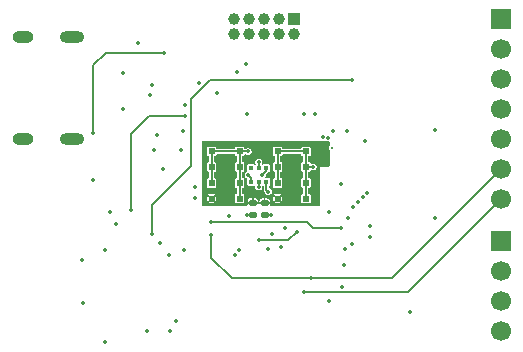
<source format=gbr>
%TF.GenerationSoftware,KiCad,Pcbnew,9.0.1+1*%
%TF.CreationDate,2025-09-01T12:41:56+00:00*%
%TF.ProjectId,ZSWatch-HeartRate,5a535761-7463-4682-9d48-656172745261,DK_v1.3+ (Unreleased)*%
%TF.SameCoordinates,Original*%
%TF.FileFunction,Copper,L4,Bot*%
%TF.FilePolarity,Positive*%
%FSLAX46Y46*%
G04 Gerber Fmt 4.6, Leading zero omitted, Abs format (unit mm)*
G04 Created by KiCad (PCBNEW 9.0.1+1) date 2025-09-01 12:41:56*
%MOMM*%
%LPD*%
G01*
G04 APERTURE LIST*
G04 Aperture macros list*
%AMRoundRect*
0 Rectangle with rounded corners*
0 $1 Rounding radius*
0 $2 $3 $4 $5 $6 $7 $8 $9 X,Y pos of 4 corners*
0 Add a 4 corners polygon primitive as box body*
4,1,4,$2,$3,$4,$5,$6,$7,$8,$9,$2,$3,0*
0 Add four circle primitives for the rounded corners*
1,1,$1+$1,$2,$3*
1,1,$1+$1,$4,$5*
1,1,$1+$1,$6,$7*
1,1,$1+$1,$8,$9*
0 Add four rect primitives between the rounded corners*
20,1,$1+$1,$2,$3,$4,$5,0*
20,1,$1+$1,$4,$5,$6,$7,0*
20,1,$1+$1,$6,$7,$8,$9,0*
20,1,$1+$1,$8,$9,$2,$3,0*%
G04 Aperture macros list end*
%TA.AperFunction,ComponentPad*%
%ADD10O,2.100000X1.000000*%
%TD*%
%TA.AperFunction,ComponentPad*%
%ADD11O,1.800000X1.000000*%
%TD*%
%TA.AperFunction,ComponentPad*%
%ADD12R,1.700000X1.700000*%
%TD*%
%TA.AperFunction,ComponentPad*%
%ADD13C,1.700000*%
%TD*%
%TA.AperFunction,ComponentPad*%
%ADD14R,1.000000X1.000000*%
%TD*%
%TA.AperFunction,ComponentPad*%
%ADD15C,1.000000*%
%TD*%
%TA.AperFunction,SMDPad,CuDef*%
%ADD16R,0.550000X0.550000*%
%TD*%
%TA.AperFunction,SMDPad,CuDef*%
%ADD17RoundRect,0.135000X-0.185000X0.135000X-0.185000X-0.135000X0.185000X-0.135000X0.185000X0.135000X0*%
%TD*%
%TA.AperFunction,SMDPad,CuDef*%
%ADD18RoundRect,0.140000X-0.170000X0.140000X-0.170000X-0.140000X0.170000X-0.140000X0.170000X0.140000X0*%
%TD*%
%TA.AperFunction,SMDPad,CuDef*%
%ADD19R,0.400000X0.400000*%
%TD*%
%TA.AperFunction,ViaPad*%
%ADD20C,0.350000*%
%TD*%
%TA.AperFunction,ViaPad*%
%ADD21C,0.300000*%
%TD*%
%TA.AperFunction,Conductor*%
%ADD22C,0.200000*%
%TD*%
%TA.AperFunction,Conductor*%
%ADD23C,0.150000*%
%TD*%
G04 APERTURE END LIST*
D10*
%TO.P,X101,S1,SHIELD*%
%TO.N,GND*%
X189430000Y-139710000D03*
D11*
X185250000Y-139710000D03*
D10*
X189430000Y-148350000D03*
D11*
X185250000Y-148350000D03*
%TD*%
D12*
%TO.P,J102,1,Pin_1*%
%TO.N,GND*%
X225700000Y-138135000D03*
D13*
%TO.P,J102,2,Pin_2*%
%TO.N,Net-(IC101-SCLK_{SENSOR})*%
X225700000Y-140675000D03*
%TO.P,J102,3,Pin_3*%
%TO.N,Net-(IC101-MISO_{SENSOR})*%
X225700000Y-143215000D03*
%TO.P,J102,4,Pin_4*%
%TO.N,Net-(IC101-MOSI_{SENSOR})*%
X225700000Y-145755000D03*
%TO.P,J102,5,Pin_5*%
%TO.N,Net-(IC101-CS_{PPG})*%
X225700000Y-148295000D03*
%TO.P,J102,6,Pin_6*%
%TO.N,Net-(IC101-CS_{ACC})*%
X225700000Y-150835000D03*
%TO.P,J102,7,Pin_7*%
%TO.N,/Project Architecture/Main/STATUS*%
X225700000Y-153375000D03*
%TD*%
D12*
%TO.P,J101,1,Pin_1*%
%TO.N,/Project Architecture/Main/SDA*%
X225700000Y-156975000D03*
D13*
%TO.P,J101,2,Pin_2*%
%TO.N,/Project Architecture/Main/SCL*%
X225700000Y-159515000D03*
%TO.P,J101,3,Pin_3*%
%TO.N,/Project Architecture/Main/~{RESET_{HR}}*%
X225700000Y-162055000D03*
%TO.P,J101,4,Pin_4*%
%TO.N,GND*%
X225700000Y-164595000D03*
%TD*%
D14*
%TO.P,X102,1,VTref*%
%TO.N,+1V8*%
X208200000Y-138200000D03*
D15*
%TO.P,X102,2,SWDIO/TMS*%
%TO.N,/Project Architecture/Main/SWDIO*%
X208200000Y-139470000D03*
%TO.P,X102,3,GND*%
%TO.N,GND*%
X206930000Y-138200000D03*
%TO.P,X102,4,SWCLK/TCK*%
%TO.N,/Project Architecture/Main/SWDCLK*%
X206930000Y-139470000D03*
%TO.P,X102,5,GND*%
%TO.N,GND*%
X205660000Y-138200000D03*
%TO.P,X102,6,SWO/TDO*%
%TO.N,unconnected-(X102-SWO{slash}TDO-Pad6)*%
X205660000Y-139470000D03*
%TO.P,X102,7,KEY*%
%TO.N,unconnected-(X102-KEY-Pad7)*%
X204390000Y-138200000D03*
%TO.P,X102,8,NC/TDI*%
%TO.N,unconnected-(X102-NC{slash}TDI-Pad8)*%
X204390000Y-139470000D03*
%TO.P,X102,9,GNDDetect*%
%TO.N,unconnected-(X102-GNDDetect-Pad9)*%
X203120000Y-138200000D03*
%TO.P,X102,10,~{RESET}*%
%TO.N,/Project Architecture/Main/~{RESET}*%
X203120000Y-139470000D03*
%TD*%
D16*
%TO.P,D103,1,K*%
%TO.N,Net-(D103-K)*%
X203590000Y-149375000D03*
X201210000Y-149375000D03*
X203590000Y-150685000D03*
X201210000Y-150685000D03*
X203590000Y-152065000D03*
X201210000Y-152065000D03*
X203590000Y-153375000D03*
%TO.P,D103,2,A*%
%TO.N,PD_GND*%
X201210000Y-153375000D03*
%TD*%
D17*
%TO.P,R110,1*%
%TO.N,PD_GND*%
X204700000Y-153735000D03*
%TO.P,R110,2*%
%TO.N,GND*%
X204700000Y-154755000D03*
%TD*%
D18*
%TO.P,C116,1*%
%TO.N,PD_GND*%
X205700000Y-153765000D03*
%TO.P,C116,2*%
%TO.N,GND*%
X205700000Y-154725000D03*
%TD*%
D19*
%TO.P,LED101,1,K*%
%TO.N,Net-(IC103-LED2-DRV)*%
X205850000Y-151950000D03*
%TO.P,LED101,2,A*%
%TO.N,/Project Architecture/Main/V_{LED}*%
X205850000Y-150800000D03*
%TO.P,LED101,3,K*%
%TO.N,Net-(IC103-LED1-DRV)*%
X205200000Y-151950000D03*
%TO.P,LED101,4,K*%
%TO.N,Net-(IC103-LED3-DRV)*%
X205200000Y-150800000D03*
%TO.P,LED101,5,A*%
%TO.N,/Project Architecture/Main/V_{LED}*%
X204550000Y-151950000D03*
%TO.P,LED101,6,NC*%
%TO.N,unconnected-(LED101-NC-Pad6)*%
X204550000Y-150800000D03*
%TD*%
D16*
%TO.P,D102,1,K*%
%TO.N,Net-(D102-K)*%
X209190000Y-149375000D03*
X206810000Y-149375000D03*
X209190000Y-150685000D03*
X206810000Y-150685000D03*
X209190000Y-152065000D03*
X206810000Y-152065000D03*
X209190000Y-153375000D03*
%TO.P,D102,2,A*%
%TO.N,PD_GND*%
X206810000Y-153375000D03*
%TD*%
D20*
%TO.N,GND*%
X206250000Y-154725000D03*
X190250000Y-158600000D03*
X196625000Y-148025000D03*
X198650000Y-149275000D03*
X202700000Y-154855000D03*
X198234400Y-163700000D03*
X193700000Y-145780000D03*
X220100000Y-155000000D03*
X195000000Y-140200000D03*
X199800000Y-152375000D03*
X220100000Y-147575000D03*
X196300000Y-149225000D03*
X209020000Y-146195000D03*
X206000000Y-157675000D03*
X204220000Y-154755000D03*
X214600000Y-155650000D03*
X196000000Y-144600000D03*
X203350000Y-142650000D03*
X190300000Y-162224600D03*
X200112500Y-143562500D03*
X204175000Y-146225000D03*
X193700000Y-142780000D03*
X214200000Y-148475000D03*
X196150000Y-143750000D03*
X212210000Y-160875000D03*
X195700000Y-164600000D03*
X199000000Y-145450000D03*
X201650000Y-144450000D03*
X212500000Y-157600000D03*
X212200000Y-152175000D03*
X196800000Y-157131200D03*
X212400000Y-158975000D03*
X191200000Y-151775000D03*
X214600000Y-156650000D03*
%TO.N,+1V8*%
X207050000Y-157475000D03*
X212775000Y-155000000D03*
X199800000Y-153335000D03*
X204125000Y-141950000D03*
X198800000Y-147675000D03*
X218000000Y-162975000D03*
X213090000Y-157210000D03*
X197700000Y-164600000D03*
X209980000Y-146195000D03*
%TO.N,PD_GND*%
X206100000Y-148775000D03*
D21*
X211000000Y-150275000D03*
D20*
X206100000Y-149975000D03*
%TO.N,/Project Architecture/Main/V_{LED}*%
X197100000Y-150875000D03*
X205500000Y-151375000D03*
X204300000Y-151375000D03*
X212700000Y-147675000D03*
%TO.N,/Project Architecture/Main/V_{BAT}*%
X197200000Y-141025000D03*
X191200000Y-147837500D03*
%TO.N,/Project Architecture/Main/INT_{ACC}*%
X201200000Y-155354998D03*
X212140000Y-155890000D03*
%TO.N,/Project Architecture/Main/SCL*%
X203200000Y-158175000D03*
X197563000Y-158175000D03*
%TO.N,/Project Architecture/Main/SDA*%
X203553800Y-157728800D03*
X198900000Y-157728800D03*
%TO.N,/Project Architecture/Main/~{RESET_{HR}}*%
X211190000Y-162055000D03*
%TO.N,/Project Architecture/Main/STATUS*%
X209010000Y-161275000D03*
%TO.N,/Project Architecture/Main/CHARGE*%
X199000000Y-146400000D03*
X194400000Y-154375000D03*
%TO.N,/Project Architecture/Main/SWDIO*%
X193100000Y-155500000D03*
%TO.N,/Project Architecture/Main/SWDCLK*%
X192621000Y-154475000D03*
%TO.N,/Project Architecture/Main/~{RESET}*%
X192200000Y-157728800D03*
X192200000Y-165475000D03*
%TO.N,Net-(D102-K)*%
X209800000Y-150685000D03*
%TO.N,Net-(D103-K)*%
X204300000Y-149375000D03*
%TO.N,Net-(IC101-SCLK_{SENSOR})*%
X205200000Y-156875000D03*
X208400000Y-156180000D03*
X214400000Y-152875000D03*
%TO.N,Net-(IC101-MOSI_{SENSOR})*%
X207400000Y-155867500D03*
X213600000Y-153675000D03*
%TO.N,Net-(IC101-CS_{PPG})*%
X213200000Y-154075000D03*
%TO.N,Net-(IC101-CS_{ACC})*%
X201187500Y-156475000D03*
X209629999Y-160075000D03*
%TO.N,Net-(IC101-INT_{PPG})*%
X211190000Y-154485000D03*
D21*
X211400000Y-149075000D03*
D20*
%TO.N,Net-(IC101-MISO_{SENSOR})*%
X214000000Y-153275000D03*
X206300000Y-156375000D03*
%TO.N,Net-(IC103-LED3-DRV)*%
X211500000Y-147675000D03*
X205200000Y-150275000D03*
%TO.N,Net-(IC103-LED1-DRV)*%
X205200000Y-152375000D03*
X210600000Y-148175000D03*
%TO.N,Net-(IC103-LED2-DRV)*%
X206000000Y-152775000D03*
X211100000Y-148209314D03*
%TO.N,Net-(M101-P2.03)*%
X213100000Y-143300000D03*
X196202400Y-156400000D03*
%TD*%
D22*
%TO.N,GND*%
X206250000Y-154725000D02*
X205700000Y-154725000D01*
X204730000Y-154725000D02*
X204700000Y-154755000D01*
X204220000Y-154755000D02*
X204700000Y-154755000D01*
D23*
%TO.N,/Project Architecture/Main/V_{LED}*%
X204550000Y-151625000D02*
X204550000Y-151950000D01*
X204300000Y-151375000D02*
X204550000Y-151625000D01*
X205850000Y-151025000D02*
X205500000Y-151375000D01*
X205850000Y-150800000D02*
X205850000Y-151025000D01*
D22*
%TO.N,/Project Architecture/Main/V_{BAT}*%
X192250000Y-141025000D02*
X197200000Y-141025000D01*
X191200000Y-142075000D02*
X192250000Y-141025000D01*
X191200000Y-147837500D02*
X191200000Y-142075000D01*
D23*
%TO.N,/Project Architecture/Main/INT_{ACC}*%
X209815000Y-155890000D02*
X209279998Y-155354998D01*
X209279998Y-155354998D02*
X201200000Y-155354998D01*
X212140000Y-155890000D02*
X209815000Y-155890000D01*
%TO.N,/Project Architecture/Main/STATUS*%
X217800000Y-161275000D02*
X225700000Y-153375000D01*
X209010000Y-161275000D02*
X217800000Y-161275000D01*
%TO.N,/Project Architecture/Main/CHARGE*%
X194400000Y-147875000D02*
X195875000Y-146400000D01*
X194400000Y-154375000D02*
X194400000Y-147875000D01*
X195875000Y-146400000D02*
X199000000Y-146400000D01*
%TO.N,Net-(D102-K)*%
X206810000Y-152065000D02*
X206810000Y-150685000D01*
X206810000Y-150685000D02*
X206810000Y-149375000D01*
X209190000Y-150685000D02*
X209800000Y-150685000D01*
X209190000Y-152065000D02*
X209190000Y-150975000D01*
X206810000Y-149375000D02*
X209190000Y-149375000D01*
X209190000Y-150975000D02*
X209190000Y-150685000D01*
X209190000Y-150975000D02*
X209190000Y-149375000D01*
X209190000Y-153375000D02*
X209190000Y-152065000D01*
%TO.N,Net-(D103-K)*%
X201210000Y-150685000D02*
X201210000Y-149375000D01*
X203590000Y-149375000D02*
X203590000Y-150685000D01*
X201210000Y-149375000D02*
X203590000Y-149375000D01*
X203590000Y-152065000D02*
X203590000Y-153375000D01*
X203590000Y-150685000D02*
X203590000Y-152065000D01*
X203590000Y-149375000D02*
X204300000Y-149375000D01*
X201210000Y-152065000D02*
X201210000Y-150685000D01*
%TO.N,Net-(IC101-SCLK_{SENSOR})*%
X205200000Y-156875000D02*
X207705000Y-156875000D01*
X207705000Y-156875000D02*
X208400000Y-156180000D01*
%TO.N,Net-(IC101-CS_{ACC})*%
X209629999Y-160075000D02*
X216460000Y-160075000D01*
X201187500Y-158362500D02*
X201187500Y-156475000D01*
X202900000Y-160075000D02*
X201187500Y-158362500D01*
X216460000Y-160075000D02*
X225700000Y-150835000D01*
X209629999Y-160075000D02*
X202900000Y-160075000D01*
%TO.N,Net-(IC103-LED3-DRV)*%
X205200000Y-150800000D02*
X205200000Y-150275000D01*
%TO.N,Net-(IC103-LED1-DRV)*%
X205200000Y-151950000D02*
X205200000Y-152375000D01*
%TO.N,Net-(IC103-LED2-DRV)*%
X206000000Y-152775000D02*
X205850000Y-152625000D01*
X205850000Y-152625000D02*
X205850000Y-151950000D01*
%TO.N,Net-(M101-P2.03)*%
X196200000Y-153875000D02*
X196200000Y-156397600D01*
X196200000Y-156397600D02*
X196202400Y-156400000D01*
X213100000Y-143300000D02*
X201100000Y-143300000D01*
X201100000Y-143300000D02*
X199500000Y-144900000D01*
X199500000Y-150575000D02*
X196200000Y-153875000D01*
X199500000Y-144900000D02*
X199500000Y-150575000D01*
%TD*%
%TA.AperFunction,Conductor*%
%TO.N,PD_GND*%
G36*
X210300000Y-150675000D02*
G01*
X210400000Y-150675000D01*
X210400000Y-153912500D01*
X210381694Y-153956694D01*
X210337500Y-153975000D01*
X206199500Y-153975000D01*
X206155306Y-153956694D01*
X206137000Y-153912500D01*
X206137000Y-153828500D01*
X205263000Y-153828500D01*
X205253694Y-153837806D01*
X205234344Y-153845820D01*
X205215915Y-153855782D01*
X205212648Y-153854807D01*
X205209500Y-153856112D01*
X205190150Y-153848097D01*
X205170075Y-153842109D01*
X205168695Y-153839210D01*
X205165306Y-153837806D01*
X205147330Y-153800027D01*
X205147192Y-153798692D01*
X205147000Y-153798500D01*
X204253000Y-153798500D01*
X204253000Y-153895811D01*
X204253895Y-153900309D01*
X204244562Y-153947225D01*
X204204787Y-153973799D01*
X204192596Y-153975000D01*
X200462500Y-153975000D01*
X200418306Y-153956694D01*
X200400000Y-153912500D01*
X200400000Y-153772902D01*
X200901897Y-153772902D01*
X200922493Y-153777000D01*
X201497506Y-153777000D01*
X201518101Y-153772902D01*
X201210000Y-153464802D01*
X200901897Y-153772902D01*
X200400000Y-153772902D01*
X200400000Y-153087486D01*
X200808000Y-153087486D01*
X200808000Y-153662508D01*
X200812096Y-153683100D01*
X201120197Y-153374999D01*
X201299802Y-153374999D01*
X201299802Y-153375000D01*
X201607902Y-153683101D01*
X201612000Y-153662505D01*
X201612000Y-153087492D01*
X201607902Y-153066897D01*
X201299802Y-153374999D01*
X201120197Y-153374999D01*
X200812096Y-153066898D01*
X200812095Y-153066898D01*
X200808000Y-153087486D01*
X200400000Y-153087486D01*
X200400000Y-152977095D01*
X200901898Y-152977095D01*
X200901898Y-152977096D01*
X201209999Y-153285197D01*
X201518100Y-152977096D01*
X201497508Y-152973000D01*
X200922486Y-152973000D01*
X200901898Y-152977095D01*
X200400000Y-152977095D01*
X200400000Y-149087442D01*
X200807500Y-149087442D01*
X200807500Y-149662557D01*
X200814898Y-149699748D01*
X200814898Y-149699749D01*
X200843077Y-149741922D01*
X200871257Y-149760750D01*
X200885252Y-149770102D01*
X200922442Y-149777500D01*
X200945000Y-149777500D01*
X200989194Y-149795806D01*
X201007500Y-149840000D01*
X201007500Y-150220000D01*
X200989194Y-150264194D01*
X200945000Y-150282500D01*
X200922442Y-150282500D01*
X200903847Y-150286199D01*
X200885251Y-150289898D01*
X200885250Y-150289898D01*
X200843077Y-150318077D01*
X200814898Y-150360250D01*
X200814898Y-150360251D01*
X200807500Y-150397442D01*
X200807500Y-150972557D01*
X200814898Y-151009748D01*
X200814898Y-151009749D01*
X200843077Y-151051922D01*
X200867993Y-151068570D01*
X200885252Y-151080102D01*
X200922442Y-151087500D01*
X200945000Y-151087500D01*
X200989194Y-151105806D01*
X201007500Y-151150000D01*
X201007500Y-151600000D01*
X200989194Y-151644194D01*
X200945000Y-151662500D01*
X200922442Y-151662500D01*
X200907537Y-151665465D01*
X200885251Y-151669898D01*
X200885250Y-151669898D01*
X200843077Y-151698077D01*
X200814898Y-151740250D01*
X200814898Y-151740251D01*
X200807500Y-151777442D01*
X200807500Y-152352557D01*
X200814898Y-152389748D01*
X200814898Y-152389749D01*
X200843077Y-152431922D01*
X200871257Y-152450750D01*
X200885252Y-152460102D01*
X200922442Y-152467500D01*
X200922443Y-152467500D01*
X201497557Y-152467500D01*
X201497558Y-152467500D01*
X201534748Y-152460102D01*
X201576922Y-152431922D01*
X201605102Y-152389748D01*
X201612500Y-152352558D01*
X201612500Y-151777442D01*
X201605102Y-151740252D01*
X201605101Y-151740250D01*
X201576922Y-151698077D01*
X201534748Y-151669898D01*
X201512463Y-151665465D01*
X201497558Y-151662500D01*
X201497557Y-151662500D01*
X201475000Y-151662500D01*
X201430806Y-151644194D01*
X201412500Y-151600000D01*
X201412500Y-151150000D01*
X201430806Y-151105806D01*
X201475000Y-151087500D01*
X201497557Y-151087500D01*
X201497558Y-151087500D01*
X201534748Y-151080102D01*
X201576922Y-151051922D01*
X201605102Y-151009748D01*
X201612500Y-150972558D01*
X201612500Y-150397442D01*
X201605102Y-150360252D01*
X201605100Y-150360249D01*
X201576922Y-150318077D01*
X201534748Y-150289898D01*
X201497558Y-150282500D01*
X201497557Y-150282500D01*
X201475000Y-150282500D01*
X201430806Y-150264194D01*
X201412500Y-150220000D01*
X201412500Y-149840000D01*
X201430806Y-149795806D01*
X201475000Y-149777500D01*
X201497557Y-149777500D01*
X201497558Y-149777500D01*
X201534748Y-149770102D01*
X201576922Y-149741922D01*
X201605102Y-149699748D01*
X201612500Y-149662558D01*
X201612500Y-149640000D01*
X201630806Y-149595806D01*
X201675000Y-149577500D01*
X203125000Y-149577500D01*
X203169194Y-149595806D01*
X203187500Y-149640000D01*
X203187500Y-149662557D01*
X203194898Y-149699748D01*
X203194898Y-149699749D01*
X203223077Y-149741922D01*
X203251257Y-149760750D01*
X203265252Y-149770102D01*
X203302442Y-149777500D01*
X203325000Y-149777500D01*
X203369194Y-149795806D01*
X203387500Y-149840000D01*
X203387500Y-150220000D01*
X203369194Y-150264194D01*
X203325000Y-150282500D01*
X203302442Y-150282500D01*
X203283847Y-150286199D01*
X203265251Y-150289898D01*
X203265250Y-150289898D01*
X203223077Y-150318077D01*
X203194898Y-150360250D01*
X203194898Y-150360251D01*
X203187500Y-150397442D01*
X203187500Y-150972557D01*
X203194898Y-151009748D01*
X203194898Y-151009749D01*
X203223077Y-151051922D01*
X203247993Y-151068570D01*
X203265252Y-151080102D01*
X203302442Y-151087500D01*
X203325000Y-151087500D01*
X203369194Y-151105806D01*
X203387500Y-151150000D01*
X203387500Y-151600000D01*
X203369194Y-151644194D01*
X203325000Y-151662500D01*
X203302442Y-151662500D01*
X203287537Y-151665465D01*
X203265251Y-151669898D01*
X203265250Y-151669898D01*
X203223077Y-151698077D01*
X203194898Y-151740250D01*
X203194898Y-151740251D01*
X203187500Y-151777442D01*
X203187500Y-152352557D01*
X203194898Y-152389748D01*
X203194898Y-152389749D01*
X203223077Y-152431922D01*
X203251257Y-152450750D01*
X203265252Y-152460102D01*
X203302442Y-152467500D01*
X203325000Y-152467500D01*
X203369194Y-152485806D01*
X203387500Y-152530000D01*
X203387500Y-152910000D01*
X203369194Y-152954194D01*
X203325000Y-152972500D01*
X203302442Y-152972500D01*
X203283847Y-152976199D01*
X203265251Y-152979898D01*
X203265250Y-152979898D01*
X203223077Y-153008077D01*
X203194898Y-153050250D01*
X203194898Y-153050251D01*
X203187500Y-153087442D01*
X203187500Y-153662557D01*
X203194898Y-153699748D01*
X203194898Y-153699749D01*
X203223077Y-153741922D01*
X203251257Y-153760750D01*
X203265252Y-153770102D01*
X203302442Y-153777500D01*
X203302443Y-153777500D01*
X203877557Y-153777500D01*
X203877558Y-153777500D01*
X203900672Y-153772902D01*
X206501897Y-153772902D01*
X206522493Y-153777000D01*
X207097506Y-153777000D01*
X207118101Y-153772902D01*
X206810000Y-153464802D01*
X206501897Y-153772902D01*
X203900672Y-153772902D01*
X203914748Y-153770102D01*
X203956922Y-153741922D01*
X203985102Y-153699748D01*
X203992500Y-153662558D01*
X203992500Y-153574193D01*
X204253000Y-153574193D01*
X204253000Y-153671500D01*
X204636500Y-153671500D01*
X204763500Y-153671500D01*
X205147000Y-153671500D01*
X205156306Y-153662194D01*
X205175655Y-153654179D01*
X205194085Y-153644218D01*
X205197351Y-153645192D01*
X205200500Y-153643888D01*
X205219849Y-153651902D01*
X205239925Y-153657891D01*
X205241545Y-153660890D01*
X205244694Y-153662194D01*
X205252708Y-153681543D01*
X205262670Y-153699973D01*
X205262807Y-153701307D01*
X205263000Y-153701500D01*
X205636500Y-153701500D01*
X205763500Y-153701500D01*
X206137000Y-153701500D01*
X206137000Y-153598702D01*
X206136999Y-153598701D01*
X206121509Y-153520822D01*
X206121508Y-153520820D01*
X206062496Y-153432503D01*
X205974179Y-153373491D01*
X205974177Y-153373490D01*
X205896298Y-153358000D01*
X205763500Y-153358000D01*
X205763500Y-153701500D01*
X205636500Y-153701500D01*
X205636500Y-153358000D01*
X205503702Y-153358000D01*
X205425822Y-153373490D01*
X205425820Y-153373491D01*
X205337503Y-153432503D01*
X205278491Y-153520820D01*
X205278490Y-153520822D01*
X205268736Y-153569862D01*
X205242160Y-153609636D01*
X205195244Y-153618968D01*
X205155470Y-153592392D01*
X205146138Y-153569862D01*
X205131799Y-153497774D01*
X205131797Y-153497770D01*
X205073891Y-153411108D01*
X204987229Y-153353202D01*
X204987225Y-153353200D01*
X204910806Y-153338000D01*
X204763500Y-153338000D01*
X204763500Y-153671500D01*
X204636500Y-153671500D01*
X204636500Y-153338000D01*
X204489194Y-153338000D01*
X204412774Y-153353200D01*
X204412770Y-153353202D01*
X204326108Y-153411108D01*
X204268202Y-153497770D01*
X204268200Y-153497774D01*
X204253000Y-153574193D01*
X203992500Y-153574193D01*
X203992500Y-153087486D01*
X206408000Y-153087486D01*
X206408000Y-153662508D01*
X206412096Y-153683100D01*
X206720197Y-153374999D01*
X206899802Y-153374999D01*
X206899802Y-153375000D01*
X207207902Y-153683101D01*
X207212000Y-153662505D01*
X207212000Y-153087492D01*
X207207902Y-153066897D01*
X206899802Y-153374999D01*
X206720197Y-153374999D01*
X206412096Y-153066898D01*
X206412095Y-153066898D01*
X206408000Y-153087486D01*
X203992500Y-153087486D01*
X203992500Y-153087442D01*
X203985102Y-153050252D01*
X203962924Y-153017060D01*
X203956922Y-153008077D01*
X203914748Y-152979898D01*
X203900657Y-152977095D01*
X203877558Y-152972500D01*
X203877557Y-152972500D01*
X203855000Y-152972500D01*
X203810806Y-152954194D01*
X203792500Y-152910000D01*
X203792500Y-152530000D01*
X203810806Y-152485806D01*
X203855000Y-152467500D01*
X203877557Y-152467500D01*
X203877558Y-152467500D01*
X203914748Y-152460102D01*
X203956922Y-152431922D01*
X203985102Y-152389748D01*
X203992500Y-152352558D01*
X203992500Y-151777442D01*
X203985102Y-151740252D01*
X203985101Y-151740250D01*
X203956922Y-151698077D01*
X203914748Y-151669898D01*
X203892463Y-151665465D01*
X203877558Y-151662500D01*
X203877557Y-151662500D01*
X203855000Y-151662500D01*
X203810806Y-151644194D01*
X203792500Y-151600000D01*
X203792500Y-151335170D01*
X203997500Y-151335170D01*
X203997500Y-151414829D01*
X204018115Y-151491761D01*
X204018115Y-151491763D01*
X204057939Y-151560738D01*
X204057944Y-151560744D01*
X204114255Y-151617055D01*
X204114261Y-151617060D01*
X204183234Y-151656883D01*
X204186924Y-151658411D01*
X204220750Y-151692235D01*
X204224309Y-151728344D01*
X204222500Y-151737440D01*
X204222500Y-152162557D01*
X204229898Y-152199748D01*
X204229898Y-152199749D01*
X204258077Y-152241922D01*
X204282498Y-152258239D01*
X204300252Y-152270102D01*
X204337442Y-152277500D01*
X204337443Y-152277500D01*
X204762557Y-152277500D01*
X204762558Y-152277500D01*
X204799748Y-152270102D01*
X204801979Y-152268610D01*
X204804613Y-152268086D01*
X204805436Y-152267746D01*
X204805503Y-152267909D01*
X204848894Y-152259275D01*
X204888670Y-152285848D01*
X204897667Y-152331062D01*
X204898035Y-152331111D01*
X204897892Y-152332193D01*
X204898006Y-152332763D01*
X204897572Y-152334624D01*
X204897500Y-152335176D01*
X204897500Y-152414829D01*
X204918115Y-152491761D01*
X204918115Y-152491763D01*
X204957939Y-152560738D01*
X204957944Y-152560744D01*
X205014255Y-152617055D01*
X205014261Y-152617060D01*
X205083239Y-152656885D01*
X205114577Y-152665282D01*
X205160170Y-152677499D01*
X205160173Y-152677499D01*
X205160175Y-152677500D01*
X205160176Y-152677500D01*
X205239824Y-152677500D01*
X205239825Y-152677500D01*
X205316761Y-152656885D01*
X205385739Y-152617060D01*
X205442060Y-152560739D01*
X205481885Y-152491761D01*
X205502500Y-152414825D01*
X205502500Y-152335175D01*
X205502499Y-152335174D01*
X205501965Y-152331111D01*
X205503695Y-152330883D01*
X205509166Y-152289325D01*
X205547117Y-152260205D01*
X205589909Y-152264026D01*
X205594136Y-152266015D01*
X205600252Y-152270102D01*
X205604696Y-152270986D01*
X205611616Y-152274243D01*
X205622950Y-152286701D01*
X205636961Y-152296059D01*
X205639711Y-152305124D01*
X205643807Y-152309626D01*
X205643439Y-152317408D01*
X205647500Y-152330792D01*
X205647500Y-152665282D01*
X205678326Y-152739703D01*
X205678330Y-152739708D01*
X205679194Y-152740572D01*
X205679661Y-152741700D01*
X205681748Y-152744823D01*
X205681126Y-152745238D01*
X205697500Y-152784766D01*
X205697500Y-152814829D01*
X205718115Y-152891761D01*
X205718115Y-152891763D01*
X205757939Y-152960738D01*
X205757944Y-152960744D01*
X205814255Y-153017055D01*
X205814261Y-153017060D01*
X205883239Y-153056885D01*
X205920604Y-153066897D01*
X205960170Y-153077499D01*
X205960173Y-153077499D01*
X205960175Y-153077500D01*
X205960176Y-153077500D01*
X206039824Y-153077500D01*
X206039825Y-153077500D01*
X206116761Y-153056885D01*
X206128252Y-153050251D01*
X206162814Y-153030296D01*
X206165225Y-153028903D01*
X206185739Y-153017060D01*
X206225704Y-152977095D01*
X206501898Y-152977095D01*
X206501898Y-152977096D01*
X206809999Y-153285197D01*
X207118100Y-152977096D01*
X207097508Y-152973000D01*
X206522486Y-152973000D01*
X206501898Y-152977095D01*
X206225704Y-152977095D01*
X206242060Y-152960739D01*
X206281885Y-152891761D01*
X206302500Y-152814825D01*
X206302500Y-152735175D01*
X206281885Y-152658239D01*
X206281884Y-152658237D01*
X206281884Y-152658236D01*
X206242060Y-152589261D01*
X206242055Y-152589255D01*
X206185744Y-152532944D01*
X206185738Y-152532939D01*
X206116763Y-152493115D01*
X206098822Y-152488308D01*
X206085877Y-152478375D01*
X206070806Y-152472132D01*
X206067573Y-152464329D01*
X206060873Y-152459187D01*
X206052500Y-152427938D01*
X206052500Y-152330792D01*
X206070806Y-152286598D01*
X206094642Y-152273859D01*
X206094062Y-152272457D01*
X206099745Y-152270102D01*
X206099748Y-152270102D01*
X206141922Y-152241922D01*
X206170102Y-152199748D01*
X206177500Y-152162558D01*
X206177500Y-151737442D01*
X206170102Y-151700252D01*
X206170101Y-151700250D01*
X206141922Y-151658077D01*
X206099748Y-151629898D01*
X206062558Y-151622500D01*
X206062557Y-151622500D01*
X205814656Y-151622500D01*
X205770462Y-151604194D01*
X205752156Y-151560000D01*
X205760530Y-151528749D01*
X205781884Y-151491763D01*
X205781884Y-151491762D01*
X205781885Y-151491761D01*
X205802500Y-151414825D01*
X205802500Y-151384766D01*
X205820806Y-151340572D01*
X206015573Y-151145806D01*
X206059767Y-151127500D01*
X206062557Y-151127500D01*
X206062558Y-151127500D01*
X206099748Y-151120102D01*
X206141922Y-151091922D01*
X206170102Y-151049748D01*
X206177500Y-151012558D01*
X206177500Y-150587442D01*
X206170102Y-150550252D01*
X206170101Y-150550250D01*
X206141922Y-150508077D01*
X206099748Y-150479898D01*
X206062558Y-150472500D01*
X205637442Y-150472500D01*
X205618847Y-150476199D01*
X205600251Y-150479898D01*
X205600247Y-150479899D01*
X205559721Y-150506978D01*
X205547528Y-150509403D01*
X205537191Y-150516310D01*
X205524998Y-150513884D01*
X205512805Y-150516310D01*
X205490275Y-150506977D01*
X205484889Y-150503378D01*
X205458314Y-150463604D01*
X205465487Y-150420161D01*
X205481885Y-150391761D01*
X205502500Y-150314825D01*
X205502500Y-150235175D01*
X205481885Y-150158239D01*
X205481884Y-150158237D01*
X205481884Y-150158236D01*
X205442060Y-150089261D01*
X205442055Y-150089255D01*
X205385744Y-150032944D01*
X205385738Y-150032939D01*
X205316762Y-149993115D01*
X205239829Y-149972500D01*
X205239825Y-149972500D01*
X205160175Y-149972500D01*
X205160170Y-149972500D01*
X205083238Y-149993115D01*
X205083236Y-149993115D01*
X205014261Y-150032939D01*
X205014255Y-150032944D01*
X204957944Y-150089255D01*
X204957939Y-150089261D01*
X204918115Y-150158236D01*
X204918115Y-150158238D01*
X204897500Y-150235170D01*
X204897500Y-150314829D01*
X204918115Y-150391761D01*
X204918115Y-150391762D01*
X204934512Y-150420161D01*
X204937388Y-150442006D01*
X204941685Y-150463604D01*
X204940471Y-150465419D01*
X204940757Y-150467587D01*
X204915110Y-150503378D01*
X204909724Y-150506977D01*
X204862808Y-150516310D01*
X204840277Y-150506978D01*
X204799748Y-150479898D01*
X204762558Y-150472500D01*
X204337442Y-150472500D01*
X204318847Y-150476199D01*
X204300251Y-150479898D01*
X204300250Y-150479898D01*
X204258077Y-150508077D01*
X204229898Y-150550250D01*
X204229898Y-150550251D01*
X204222500Y-150587442D01*
X204222500Y-151012557D01*
X204224309Y-151021654D01*
X204214974Y-151068570D01*
X204186931Y-151091585D01*
X204183238Y-151093114D01*
X204114261Y-151132939D01*
X204114255Y-151132944D01*
X204057944Y-151189255D01*
X204057939Y-151189261D01*
X204018115Y-151258236D01*
X204018115Y-151258238D01*
X203997500Y-151335170D01*
X203792500Y-151335170D01*
X203792500Y-151150000D01*
X203810806Y-151105806D01*
X203855000Y-151087500D01*
X203877557Y-151087500D01*
X203877558Y-151087500D01*
X203914748Y-151080102D01*
X203956922Y-151051922D01*
X203985102Y-151009748D01*
X203992500Y-150972558D01*
X203992500Y-150397442D01*
X203985102Y-150360252D01*
X203985100Y-150360249D01*
X203956922Y-150318077D01*
X203914748Y-150289898D01*
X203877558Y-150282500D01*
X203877557Y-150282500D01*
X203855000Y-150282500D01*
X203810806Y-150264194D01*
X203792500Y-150220000D01*
X203792500Y-149840000D01*
X203810806Y-149795806D01*
X203855000Y-149777500D01*
X203877557Y-149777500D01*
X203877558Y-149777500D01*
X203914748Y-149770102D01*
X203956922Y-149741922D01*
X203985102Y-149699748D01*
X203992500Y-149662558D01*
X203992500Y-149646187D01*
X204010806Y-149601993D01*
X204055000Y-149583687D01*
X204099194Y-149601993D01*
X204099195Y-149601994D01*
X204114256Y-149617056D01*
X204114261Y-149617060D01*
X204183239Y-149656885D01*
X204227654Y-149668786D01*
X204260170Y-149677499D01*
X204260173Y-149677499D01*
X204260175Y-149677500D01*
X204260176Y-149677500D01*
X204339824Y-149677500D01*
X204339825Y-149677500D01*
X204416761Y-149656885D01*
X204485739Y-149617060D01*
X204542060Y-149560739D01*
X204581885Y-149491761D01*
X204602500Y-149414825D01*
X204602500Y-149335175D01*
X204581885Y-149258239D01*
X204581884Y-149258237D01*
X204581884Y-149258236D01*
X204542060Y-149189261D01*
X204542055Y-149189255D01*
X204485741Y-149132941D01*
X204416762Y-149093115D01*
X204395591Y-149087442D01*
X206407500Y-149087442D01*
X206407500Y-149662557D01*
X206414898Y-149699748D01*
X206414898Y-149699749D01*
X206443077Y-149741922D01*
X206471257Y-149760750D01*
X206485252Y-149770102D01*
X206522442Y-149777500D01*
X206545000Y-149777500D01*
X206589194Y-149795806D01*
X206607500Y-149840000D01*
X206607500Y-150220000D01*
X206589194Y-150264194D01*
X206545000Y-150282500D01*
X206522442Y-150282500D01*
X206503847Y-150286199D01*
X206485251Y-150289898D01*
X206485250Y-150289898D01*
X206443077Y-150318077D01*
X206414898Y-150360250D01*
X206414898Y-150360251D01*
X206407500Y-150397442D01*
X206407500Y-150972557D01*
X206414898Y-151009748D01*
X206414898Y-151009749D01*
X206443077Y-151051922D01*
X206467993Y-151068570D01*
X206485252Y-151080102D01*
X206522442Y-151087500D01*
X206545000Y-151087500D01*
X206589194Y-151105806D01*
X206607500Y-151150000D01*
X206607500Y-151600000D01*
X206589194Y-151644194D01*
X206545000Y-151662500D01*
X206522442Y-151662500D01*
X206507537Y-151665465D01*
X206485251Y-151669898D01*
X206485250Y-151669898D01*
X206443077Y-151698077D01*
X206414898Y-151740250D01*
X206414898Y-151740251D01*
X206407500Y-151777442D01*
X206407500Y-152352557D01*
X206414898Y-152389748D01*
X206414898Y-152389749D01*
X206443077Y-152431922D01*
X206471257Y-152450750D01*
X206485252Y-152460102D01*
X206522442Y-152467500D01*
X206522443Y-152467500D01*
X207097557Y-152467500D01*
X207097558Y-152467500D01*
X207134748Y-152460102D01*
X207176922Y-152431922D01*
X207205102Y-152389748D01*
X207212500Y-152352558D01*
X207212500Y-151777442D01*
X207205102Y-151740252D01*
X207205101Y-151740250D01*
X207176922Y-151698077D01*
X207134748Y-151669898D01*
X207112463Y-151665465D01*
X207097558Y-151662500D01*
X207097557Y-151662500D01*
X207075000Y-151662500D01*
X207030806Y-151644194D01*
X207012500Y-151600000D01*
X207012500Y-151150000D01*
X207030806Y-151105806D01*
X207075000Y-151087500D01*
X207097557Y-151087500D01*
X207097558Y-151087500D01*
X207134748Y-151080102D01*
X207176922Y-151051922D01*
X207205102Y-151009748D01*
X207212500Y-150972558D01*
X207212500Y-150397442D01*
X207205102Y-150360252D01*
X207205100Y-150360249D01*
X207176922Y-150318077D01*
X207134748Y-150289898D01*
X207097558Y-150282500D01*
X207097557Y-150282500D01*
X207075000Y-150282500D01*
X207030806Y-150264194D01*
X207012500Y-150220000D01*
X207012500Y-149840000D01*
X207030806Y-149795806D01*
X207075000Y-149777500D01*
X207097557Y-149777500D01*
X207097558Y-149777500D01*
X207134748Y-149770102D01*
X207176922Y-149741922D01*
X207205102Y-149699748D01*
X207212500Y-149662558D01*
X207212500Y-149640000D01*
X207230806Y-149595806D01*
X207275000Y-149577500D01*
X208725000Y-149577500D01*
X208769194Y-149595806D01*
X208787500Y-149640000D01*
X208787500Y-149662557D01*
X208794898Y-149699748D01*
X208794898Y-149699749D01*
X208823077Y-149741922D01*
X208851257Y-149760750D01*
X208865252Y-149770102D01*
X208902442Y-149777500D01*
X208925000Y-149777500D01*
X208969194Y-149795806D01*
X208987500Y-149840000D01*
X208987500Y-150220000D01*
X208969194Y-150264194D01*
X208925000Y-150282500D01*
X208902442Y-150282500D01*
X208883847Y-150286199D01*
X208865251Y-150289898D01*
X208865250Y-150289898D01*
X208823077Y-150318077D01*
X208794898Y-150360250D01*
X208794898Y-150360251D01*
X208787500Y-150397442D01*
X208787500Y-150972557D01*
X208794898Y-151009748D01*
X208794898Y-151009749D01*
X208823077Y-151051922D01*
X208847993Y-151068570D01*
X208865252Y-151080102D01*
X208902442Y-151087500D01*
X208925000Y-151087500D01*
X208969194Y-151105806D01*
X208987500Y-151150000D01*
X208987500Y-151600000D01*
X208969194Y-151644194D01*
X208925000Y-151662500D01*
X208902442Y-151662500D01*
X208887537Y-151665465D01*
X208865251Y-151669898D01*
X208865250Y-151669898D01*
X208823077Y-151698077D01*
X208794898Y-151740250D01*
X208794898Y-151740251D01*
X208787500Y-151777442D01*
X208787500Y-152352557D01*
X208794898Y-152389748D01*
X208794898Y-152389749D01*
X208823077Y-152431922D01*
X208851257Y-152450750D01*
X208865252Y-152460102D01*
X208902442Y-152467500D01*
X208925000Y-152467500D01*
X208969194Y-152485806D01*
X208987500Y-152530000D01*
X208987500Y-152910000D01*
X208969194Y-152954194D01*
X208925000Y-152972500D01*
X208902442Y-152972500D01*
X208883847Y-152976199D01*
X208865251Y-152979898D01*
X208865250Y-152979898D01*
X208823077Y-153008077D01*
X208794898Y-153050250D01*
X208794898Y-153050251D01*
X208787500Y-153087442D01*
X208787500Y-153662557D01*
X208794898Y-153699748D01*
X208794898Y-153699749D01*
X208823077Y-153741922D01*
X208851257Y-153760750D01*
X208865252Y-153770102D01*
X208902442Y-153777500D01*
X208902443Y-153777500D01*
X209477557Y-153777500D01*
X209477558Y-153777500D01*
X209514748Y-153770102D01*
X209556922Y-153741922D01*
X209585102Y-153699748D01*
X209592500Y-153662558D01*
X209592500Y-153087442D01*
X209585102Y-153050252D01*
X209562924Y-153017060D01*
X209556922Y-153008077D01*
X209514748Y-152979898D01*
X209500657Y-152977095D01*
X209477558Y-152972500D01*
X209477557Y-152972500D01*
X209455000Y-152972500D01*
X209410806Y-152954194D01*
X209392500Y-152910000D01*
X209392500Y-152530000D01*
X209410806Y-152485806D01*
X209455000Y-152467500D01*
X209477557Y-152467500D01*
X209477558Y-152467500D01*
X209514748Y-152460102D01*
X209556922Y-152431922D01*
X209585102Y-152389748D01*
X209592500Y-152352558D01*
X209592500Y-151777442D01*
X209585102Y-151740252D01*
X209585101Y-151740250D01*
X209556922Y-151698077D01*
X209514748Y-151669898D01*
X209492463Y-151665465D01*
X209477558Y-151662500D01*
X209477557Y-151662500D01*
X209455000Y-151662500D01*
X209410806Y-151644194D01*
X209392500Y-151600000D01*
X209392500Y-151150000D01*
X209410806Y-151105806D01*
X209455000Y-151087500D01*
X209477557Y-151087500D01*
X209477558Y-151087500D01*
X209514748Y-151080102D01*
X209556922Y-151051922D01*
X209585102Y-151009748D01*
X209585843Y-151006020D01*
X209612416Y-150966248D01*
X209659332Y-150956913D01*
X209678393Y-150964087D01*
X209683239Y-150966885D01*
X209735783Y-150980964D01*
X209760170Y-150987499D01*
X209760173Y-150987499D01*
X209760175Y-150987500D01*
X209760176Y-150987500D01*
X209839824Y-150987500D01*
X209839825Y-150987500D01*
X209916761Y-150966885D01*
X209917865Y-150966248D01*
X209934033Y-150956913D01*
X209985739Y-150927060D01*
X210042060Y-150870739D01*
X210081885Y-150801761D01*
X210102500Y-150724825D01*
X210102500Y-150645175D01*
X210081885Y-150568239D01*
X210081884Y-150568237D01*
X210081884Y-150568236D01*
X210042060Y-150499261D01*
X210042055Y-150499255D01*
X209985744Y-150442944D01*
X209985738Y-150442939D01*
X209916762Y-150403115D01*
X209839829Y-150382500D01*
X209839825Y-150382500D01*
X209760175Y-150382500D01*
X209760170Y-150382500D01*
X209683238Y-150403115D01*
X209683234Y-150403116D01*
X209678391Y-150405913D01*
X209630964Y-150412156D01*
X209593015Y-150383035D01*
X209585844Y-150363982D01*
X209585102Y-150360252D01*
X209585100Y-150360249D01*
X209556922Y-150318077D01*
X209514748Y-150289898D01*
X209477558Y-150282500D01*
X209477557Y-150282500D01*
X209455000Y-150282500D01*
X209410806Y-150264194D01*
X209392500Y-150220000D01*
X209392500Y-149840000D01*
X209410806Y-149795806D01*
X209455000Y-149777500D01*
X209477557Y-149777500D01*
X209477558Y-149777500D01*
X209514748Y-149770102D01*
X209556922Y-149741922D01*
X209585102Y-149699748D01*
X209592500Y-149662558D01*
X209592500Y-149087442D01*
X209585102Y-149050252D01*
X209585101Y-149050250D01*
X209556922Y-149008077D01*
X209514748Y-148979898D01*
X209477558Y-148972500D01*
X208902442Y-148972500D01*
X208883847Y-148976199D01*
X208865251Y-148979898D01*
X208865250Y-148979898D01*
X208823077Y-149008077D01*
X208794898Y-149050250D01*
X208794898Y-149050251D01*
X208787500Y-149087442D01*
X208787500Y-149110000D01*
X208769194Y-149154194D01*
X208725000Y-149172500D01*
X207275000Y-149172500D01*
X207230806Y-149154194D01*
X207212500Y-149110000D01*
X207212500Y-149087442D01*
X207205102Y-149050252D01*
X207205101Y-149050250D01*
X207176922Y-149008077D01*
X207134748Y-148979898D01*
X207097558Y-148972500D01*
X206522442Y-148972500D01*
X206503847Y-148976199D01*
X206485251Y-148979898D01*
X206485250Y-148979898D01*
X206443077Y-149008077D01*
X206414898Y-149050250D01*
X206414898Y-149050251D01*
X206407500Y-149087442D01*
X204395591Y-149087442D01*
X204339829Y-149072500D01*
X204339825Y-149072500D01*
X204260175Y-149072500D01*
X204260170Y-149072500D01*
X204183238Y-149093115D01*
X204183236Y-149093115D01*
X204114261Y-149132939D01*
X204114255Y-149132944D01*
X204099194Y-149148006D01*
X204055000Y-149166312D01*
X204010806Y-149148006D01*
X203992500Y-149103812D01*
X203992500Y-149087442D01*
X203985102Y-149050252D01*
X203985101Y-149050250D01*
X203956922Y-149008077D01*
X203914748Y-148979898D01*
X203877558Y-148972500D01*
X203302442Y-148972500D01*
X203283847Y-148976199D01*
X203265251Y-148979898D01*
X203265250Y-148979898D01*
X203223077Y-149008077D01*
X203194898Y-149050250D01*
X203194898Y-149050251D01*
X203187500Y-149087442D01*
X203187500Y-149110000D01*
X203169194Y-149154194D01*
X203125000Y-149172500D01*
X201675000Y-149172500D01*
X201630806Y-149154194D01*
X201612500Y-149110000D01*
X201612500Y-149087442D01*
X201605102Y-149050252D01*
X201605101Y-149050250D01*
X201576922Y-149008077D01*
X201534748Y-148979898D01*
X201497558Y-148972500D01*
X200922442Y-148972500D01*
X200903847Y-148976199D01*
X200885251Y-148979898D01*
X200885250Y-148979898D01*
X200843077Y-149008077D01*
X200814898Y-149050250D01*
X200814898Y-149050251D01*
X200807500Y-149087442D01*
X200400000Y-149087442D01*
X200400000Y-148537500D01*
X200418306Y-148493306D01*
X200462500Y-148475000D01*
X210300000Y-148475000D01*
X210300000Y-150675000D01*
G37*
%TD.AperFunction*%
%TD*%
%TA.AperFunction,Conductor*%
%TO.N,PD_GND*%
G36*
X211002514Y-148476128D02*
G01*
X211012098Y-148475942D01*
X211028772Y-148478009D01*
X211045200Y-148484814D01*
X211083659Y-148484814D01*
X211091257Y-148485756D01*
X211116574Y-148496728D01*
X211143039Y-148504499D01*
X211148170Y-148510421D01*
X211155365Y-148513539D01*
X211170731Y-148536458D01*
X211188794Y-148557303D01*
X211189909Y-148565060D01*
X211194275Y-148571572D01*
X211200000Y-148608814D01*
X211200000Y-148878589D01*
X211190561Y-148926042D01*
X211149500Y-149025170D01*
X211149500Y-149025172D01*
X211149500Y-149124828D01*
X211187636Y-149216897D01*
X211187637Y-149216898D01*
X211190561Y-149223957D01*
X211200000Y-149271410D01*
X211200000Y-150551000D01*
X211180315Y-150618039D01*
X211127511Y-150663794D01*
X211076000Y-150675000D01*
X210300000Y-150675000D01*
X210300000Y-148475000D01*
X210996841Y-148475000D01*
X211002514Y-148476128D01*
G37*
%TD.AperFunction*%
%TD*%
M02*

</source>
